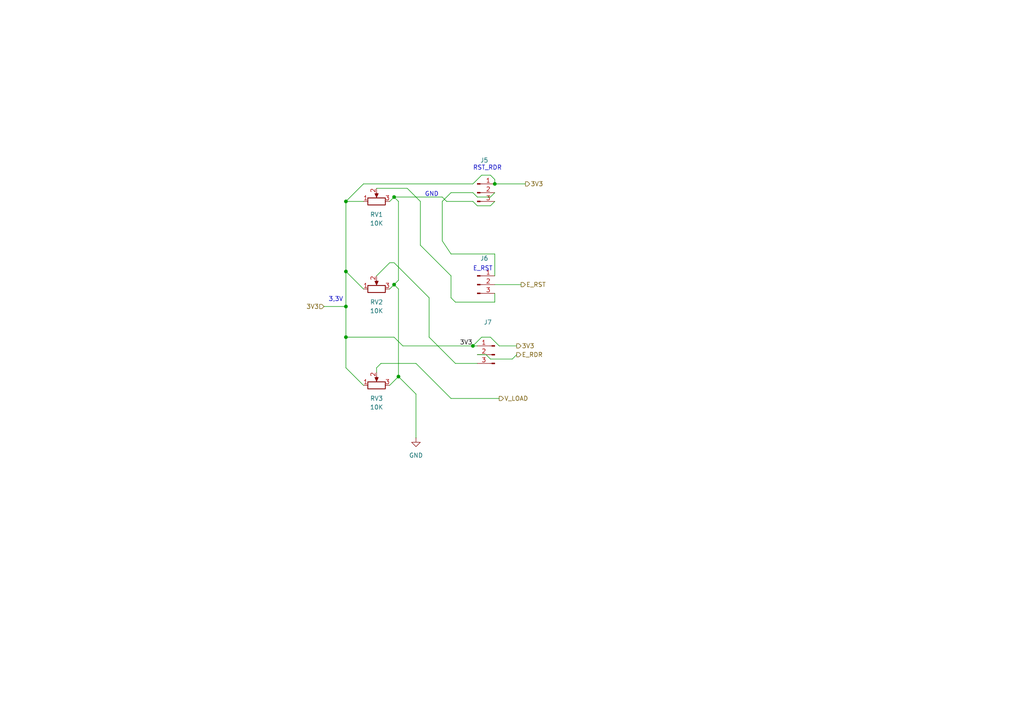
<source format=kicad_sch>
(kicad_sch (version 20250114) (generator "eeschema") (generator_version "9.0")
  (paper "A4")
  (title_block (title "PROJETO IR2_B2_UFAM") (date "07/08/2025") (rev "REV 0") (company "UFAM-UFMG") (comment 1 "1 - Software Proteus substituído pelo Software Kicad 9.0") (comment 2 "2 - Incluído Amplificafor de Instrumentação para reduzir ruídos") (comment 3 "3 - Incluídos conectores para cabos entrelaçados") (comment 4 "4 - Análise de 4 camadas para reduzir ruídos") (comment 5 "5 - Teste de clonagem"))
  (lib_symbols
    (symbol "Connector:Conn_01x03_Pin" (pin_names (offset 1.016) (hide yes))
      (property "Reference" "J" (at 0 5.08 0))
      (property "Value" "Conn_01x03_Pin" (at 0 -5.08 0))
      (symbol "Conn_01x03_Pin_1_1"
        (rectangle (start 0.8636 2.667) (end 0 2.413) (stroke (width 0.1524)) (fill (type outline)))
        (rectangle (start 0.8636 0.127) (end 0 -0.127) (stroke (width 0.1524)) (fill (type outline)))
        (rectangle (start 0.8636 -2.413) (end 0 -2.667) (stroke (width 0.1524)) (fill (type outline)))
        (polyline (pts (xy 1.27 2.54) (xy 0.8636 2.54)) (stroke (width 0.1524)))
        (polyline (pts (xy 1.27 0) (xy 0.8636 0)) (stroke (width 0.1524)))
        (polyline (pts (xy 1.27 -2.54) (xy 0.8636 -2.54)) (stroke (width 0.1524)))
        (pin passive line (at 5.08 2.54 180) (length 3.81) (name "Pin_1") (number "1"))
        (pin passive line (at 5.08 0 180) (length 3.81) (name "Pin_2") (number "2"))
        (pin passive line (at 5.08 -2.54 180) (length 3.81) (name "Pin_3") (number "3"))
      )
    )
    (symbol "Device:R_Potentiometer" (pin_names (offset 1.016) (hide yes))
      (property "Reference" "RV" (at -4.445 0 90))
      (property "Value" "R_Potentiometer" (at -2.54 0 90))
      (symbol "R_Potentiometer_0_1"
        (rectangle (start 1.016 2.54) (end -1.016 -2.54) (stroke (width 0.254)))
        (polyline (pts (xy 1.143 0) (xy 2.286 0.508) (xy 2.286 -0.508) (xy 1.143 0)) (fill (type outline)))
        (polyline (pts (xy 2.54 0) (xy 1.524 0)))
      )
      (symbol "R_Potentiometer_1_1"
        (pin passive line (at 0 3.81 270) (length 1.27) (name "1") (number "1"))
        (pin passive line (at 0 -3.81 90) (length 1.27) (name "3") (number "3"))
        (pin passive line (at 3.81 0 180) (length 1.27) (name "2") (number "2"))
      )
    )
    (symbol "power:GND" (power) (pin_numbers (hide yes)) (pin_names (offset 0) (hide yes))
      (property "Value" "GND" (at 0 -3.81 0))
      (symbol "GND_0_1"
        (polyline (pts (xy 0 0) (xy 0 -1.27) (xy 1.27 -1.27) (xy 0 -2.54) (xy -1.27 -1.27) (xy 0 -1.27)))
      )
      (symbol "GND_1_1"
        (pin power_in line (at 0 0 270) (length 0) (name "~") (number "1"))
      )
    )
  )
  (text "E_RST" (at 137.16 78.74 0) (effects (font (size 1.27 1.27)) (justify left bottom)))
  (text "RST_RDR" (at 137.16 49.53 0) (effects (font (size 1.27 1.27)) (justify left bottom)))
  (text "3,3V" (at 95.25 87.63 0) (effects (font (size 1.27 1.27)) (justify left bottom)))
  (text "GND" (at 123.19 57.15 0) (effects (font (size 1.27 1.27)) (justify left bottom)))
  (junction (at 100.33 58.42))
  (junction (at 100.33 88.9))
  (junction (at 114.3 57.15))
  (junction (at 143.51 53.34))
  (junction (at 114.3 82.55))
  (junction (at 137.16 100.33))
  (junction (at 115.57 109.22))
  (junction (at 100.33 97.79))
  (junction (at 100.33 78.74))
  (wire (pts (xy 149.86 100.33) (xy 144.78 100.33)))
  (wire (pts (xy 124.46 86.36) (xy 114.3 76.2)))
  (wire (pts (xy 130.81 55.88) (xy 128.27 58.42)))
  (wire (pts (xy 132.08 87.63) (xy 143.51 87.63)))
  (wire (pts (xy 143.51 82.55) (xy 151.13 82.55)))
  (wire (pts (xy 113.03 83.82) (xy 114.3 82.55)))
  (wire (pts (xy 110.49 105.41) (xy 120.65 105.41)))
  (wire (pts (xy 137.16 53.34) (xy 105.41 53.34)))
  (wire (pts (xy 139.7 97.79) (xy 142.24 97.79)))
  (wire (pts (xy 115.57 81.28) (xy 115.57 58.42)))
  (wire (pts (xy 124.46 97.79) (xy 124.46 86.36)))
  (wire (pts (xy 120.65 114.3) (xy 115.57 109.22)))
  (wire (pts (xy 109.22 54.61) (xy 118.11 54.61)))
  (wire (pts (xy 138.43 57.15) (xy 142.24 57.15)))
  (wire (pts (xy 93.98 88.9) (xy 100.33 88.9)))
  (wire (pts (xy 116.84 100.33) (xy 137.16 100.33)))
  (wire (pts (xy 137.16 55.88) (xy 130.81 55.88)))
  (wire (pts (xy 100.33 97.79) (xy 100.33 106.68)))
  (wire (pts (xy 128.27 58.42) (xy 128.27 69.85)))
  (wire (pts (xy 139.7 50.8) (xy 142.24 50.8)))
  (wire (pts (xy 116.84 100.33) (xy 114.3 97.79)))
  (wire (pts (xy 120.65 114.3) (xy 120.65 127)))
  (wire (pts (xy 120.65 105.41) (xy 130.81 115.57)))
  (wire (pts (xy 130.81 115.57) (xy 144.78 115.57)))
  (wire (pts (xy 100.33 88.9) (xy 100.33 97.79)))
  (wire (pts (xy 129.54 58.42) (xy 137.16 58.42)))
  (wire (pts (xy 105.41 53.34) (xy 100.33 58.42)))
  (wire (pts (xy 138.43 102.87) (xy 140.97 102.87)))
  (wire (pts (xy 143.51 52.07) (xy 143.51 53.34)))
  (wire (pts (xy 100.33 58.42) (xy 100.33 78.74)))
  (wire (pts (xy 148.59 104.14) (xy 149.86 102.87)))
  (wire (pts (xy 121.92 58.42) (xy 121.92 71.12)))
  (wire (pts (xy 113.03 111.76) (xy 115.57 109.22)))
  (wire (pts (xy 132.08 105.41) (xy 138.43 105.41)))
  (wire (pts (xy 143.51 53.34) (xy 152.4 53.34)))
  (wire (pts (xy 137.16 55.88) (xy 138.43 57.15)))
  (wire (pts (xy 109.22 107.95) (xy 109.22 106.68)))
  (wire (pts (xy 118.11 54.61) (xy 121.92 58.42)))
  (wire (pts (xy 105.41 111.76) (xy 100.33 106.68)))
  (wire (pts (xy 130.81 73.66) (xy 143.51 73.66)))
  (wire (pts (xy 143.51 73.66) (xy 143.51 80.01)))
  (wire (pts (xy 114.3 76.2) (xy 113.03 76.2)))
  (wire (pts (xy 121.92 71.12) (xy 130.81 80.01)))
  (wire (pts (xy 142.24 50.8) (xy 143.51 52.07)))
  (wire (pts (xy 142.24 59.69) (xy 143.51 58.42)))
  (wire (pts (xy 142.24 97.79) (xy 144.78 100.33)))
  (wire (pts (xy 142.24 57.15) (xy 143.51 55.88)))
  (wire (pts (xy 137.16 100.33) (xy 138.43 100.33)))
  (wire (pts (xy 132.08 105.41) (xy 124.46 97.79)))
  (wire (pts (xy 129.54 58.42) (xy 128.27 57.15)))
  (wire (pts (xy 115.57 83.82) (xy 114.3 82.55)))
  (wire (pts (xy 130.81 86.36) (xy 132.08 87.63)))
  (wire (pts (xy 114.3 57.15) (xy 113.03 58.42)))
  (wire (pts (xy 100.33 78.74) (xy 105.41 83.82)))
  (wire (pts (xy 130.81 80.01) (xy 130.81 86.36)))
  (wire (pts (xy 109.22 106.68) (xy 110.49 105.41)))
  (wire (pts (xy 143.51 87.63) (xy 143.51 85.09)))
  (wire (pts (xy 100.33 97.79) (xy 114.3 97.79)))
  (wire (pts (xy 100.33 78.74) (xy 100.33 88.9)))
  (wire (pts (xy 128.27 57.15) (xy 114.3 57.15)))
  (wire (pts (xy 140.97 102.87) (xy 142.24 104.14)))
  (wire (pts (xy 100.33 58.42) (xy 105.41 58.42)))
  (wire (pts (xy 137.16 53.34) (xy 139.7 50.8)))
  (wire (pts (xy 142.24 104.14) (xy 148.59 104.14)))
  (wire (pts (xy 137.16 58.42) (xy 138.43 59.69)))
  (wire (pts (xy 128.27 69.85) (xy 130.81 73.66)))
  (wire (pts (xy 114.3 82.55) (xy 115.57 81.28)))
  (wire (pts (xy 115.57 109.22) (xy 115.57 83.82)))
  (wire (pts (xy 113.03 76.2) (xy 109.22 80.01)))
  (wire (pts (xy 139.7 97.79) (xy 137.16 100.33)))
  (wire (pts (xy 138.43 59.69) (xy 142.24 59.69)))
  (wire (pts (xy 115.57 58.42) (xy 114.3 57.15)))
  (label "3V3" (at 133.35 100.33 0))
  (hierarchical_label "3V3" (shape input) (at 93.98 88.9 180))
  (hierarchical_label "3V3" (shape output) (at 149.86 100.33 0))
  (hierarchical_label "E_RST" (shape output) (at 151.13 82.55 0))
  (hierarchical_label "E_RDR" (shape output) (at 149.86 102.87 0))
  (hierarchical_label "3V3" (shape output) (at 152.4 53.34 0))
  (hierarchical_label "V_LOAD" (shape output) (at 144.78 115.57 0))
  (symbol (lib_id "Connector:Conn_01x03_Pin") (at 143.51 102.87 0) (mirror y) (unit 1)
    (property "Reference" "J7" (at 141.478 93.472 0))
    (property "Value" "Conn_01x03_Pin" (effects (hide yes)))
    (property "Footprint" "Connector_JST:JST_EH_B3B-EH-A_1x03_P2.50mm_Vertical" (effects (hide yes)))
    (property "Description" "Generic connector, single row, 01x03, script generated" (effects (hide yes)))
  )
  (symbol (lib_id "Device:R_Potentiometer") (at 109.22 83.82 90) (unit 1)
    (property "Reference" "RV2" (at 109.22 87.63 90))
    (property "Value" "10K" (at 109.22 90.17 90))
    (property "Footprint" "Potentiometer_THT:Potentiometer_Bourns_3296W_Vertical" (effects (hide yes)))
    (property "Description" "Potentiometer" (effects (hide yes)))
  )
  (symbol (lib_id "Device:R_Potentiometer") (at 109.22 58.42 90) (unit 1)
    (property "Reference" "RV1" (at 109.22 62.23 90))
    (property "Value" "10K" (at 109.22 64.77 90))
    (property "Footprint" "Potentiometer_THT:Potentiometer_Bourns_3296W_Vertical" (effects (hide yes)))
    (property "Description" "Potentiometer" (effects (hide yes)))
  )
  (symbol (lib_id "Connector:Conn_01x03_Pin") (at 138.43 82.55 0) (unit 1)
    (property "Reference" "J6" (at 140.462 74.93 0))
    (property "Value" "Conn_01x03_Pin" (effects (hide yes)))
    (property "Footprint" "Connector_JST:JST_EH_B3B-EH-A_1x03_P2.50mm_Vertical" (effects (hide yes)))
    (property "Description" "Generic connector, single row, 01x03, script generated" (effects (hide yes)))
  )
  (symbol (lib_id "Device:R_Potentiometer") (at 109.22 111.76 90) (unit 1)
    (property "Reference" "RV3" (at 109.22 115.57 90))
    (property "Value" "10K" (at 109.22 118.11 90))
    (property "Footprint" "Potentiometer_THT:Potentiometer_Bourns_3296W_Vertical" (effects (hide yes)))
    (property "Description" "Potentiometer" (effects (hide yes)))
  )
  (symbol (lib_id "Connector:Conn_01x03_Pin") (at 138.43 55.88 0) (unit 1)
    (property "Reference" "J5" (at 140.462 46.482 0))
    (property "Value" "Conn_01x03_Pin" (effects (hide yes)))
    (property "Footprint" "Connector_JST:JST_EH_B3B-EH-A_1x03_P2.50mm_Vertical" (effects (hide yes)))
    (property "Description" "Generic connector, single row, 01x03, script generated" (effects (hide yes)))
  )
  (symbol (lib_id "power:GND") (at 120.65 127 0) (unit 1)
    (property "Reference" "#PWR021" (effects (hide yes)))
    (property "Value" "GND" (at 120.65 132.08 0))
    (property "Description" "Power symbol creates a global label with name \"GND\" , ground" (effects (hide yes)))
  )
)
</source>
